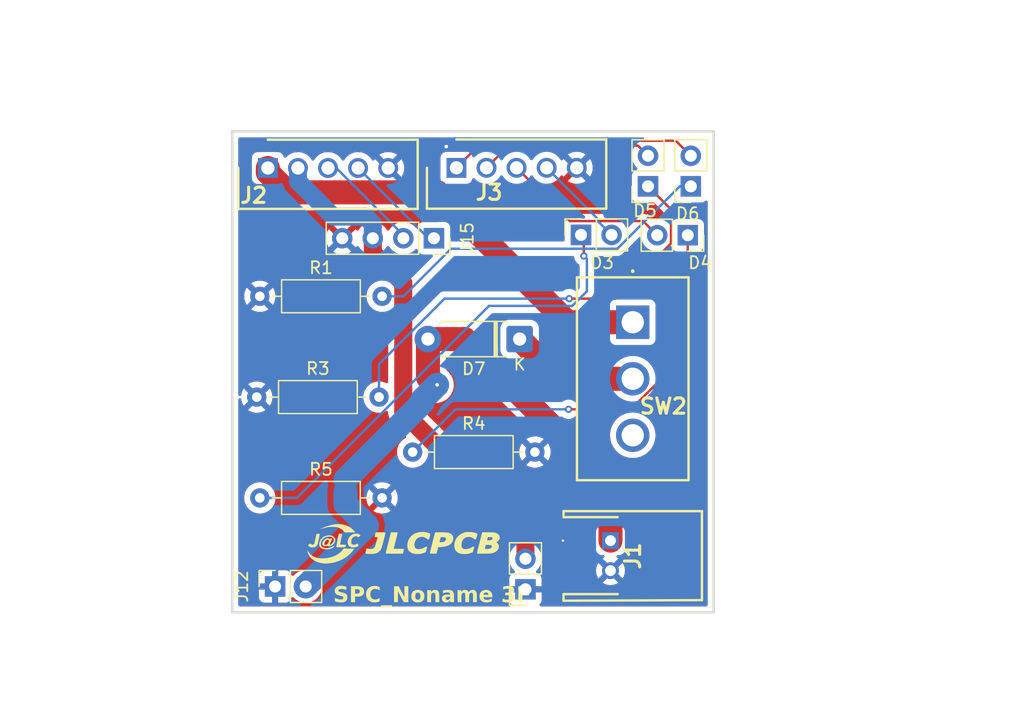
<source format=kicad_pcb>
(kicad_pcb (version 20241229) (generator "pcbnew") (generator_version "9.0")
  (layers (0 "F.Cu" signal) (2 "B.Cu" signal) (13 "F.Paste" user) (15 "B.Paste" user) (5 "F.SilkS" user "F.Silkscreen") (7 "B.SilkS" user "B.Silkscreen") (1 "F.Mask" user) (3 "B.Mask" user) (25 "Edge.Cuts" user))
  (net 0 "")
  (net 1 "GND")
  (net 2 "5V")
  (net 3 "LED4")
  (net 4 "Net-(D3-K)")
  (net 5 "LED3")
  (net 6 "Net-(D4-K)")
  (net 7 "LED2")
  (net 8 "Net-(D5-K)")
  (net 9 "LED1")
  (net 10 "Net-(D6-K)")
  (net 11 "+BATT")
  (net 12 "Net-(D7-A)")
  (net 13 "7.4V")
  (net 14 "SCL3")
  (net 15 "SDA3")
  (footprint "Connector_PinSocket_2.54mm:PinSocket_1x02_P2.54mm_Vertical" (layer "F.Cu") (at 146.07 61.443 90)
    (property "Reference" "D3" (at -2.311 1.758 180) (layer "F.SilkS"))
    (property "Value" "LED" (hide yes))
    (fp_line (start 1.33 -1.33) (end 1.33 0) (stroke (width 0.12)) (layer "F.SilkS"))
    (fp_line (start 0 -1.33) (end 1.33 -1.33) (stroke (width 0.12)) (layer "F.SilkS"))
    (fp_line (start 1.33 1.27) (end 1.33 3.87) (stroke (width 0.12)) (layer "F.SilkS"))
    (fp_line (start -1.33 1.27) (end 1.33 1.27) (stroke (width 0.12)) (layer "F.SilkS"))
    (fp_line (start -1.33 1.27) (end -1.33 3.87) (stroke (width 0.12)) (layer "F.SilkS"))
    (fp_line (start -1.33 3.87) (end 1.33 3.87) (stroke (width 0.12)) (layer "F.SilkS"))
    (pad "1" thru_hole rect (at 0 0 90) (size 1.7 1.7) (drill 1) (layers "*.Cu" "*.Mask") (net 4 "Net-(D3-K)"))
    (pad "2" thru_hole circle (at 0 2.54 90) (size 1.7 1.7) (drill 1) (layers "*.Cu" "*.Mask") (net 3 "LED4"))
  )
  (footprint "KiCad_XH:SHDR5W64P0X250_1X5_1490X575X700P" (layer "F.Cu") (at 120.048 55.88 180)
    (property "Reference" "J2" (at 1.176 -2.286 0) (layer "F.SilkS") (effects (font (size 1.27 1.27) (thickness 0.254))))
    (property "Value" "Conn_01x05_Pin" (hide yes))
    (fp_line (start 2.45 -3.4) (end 2.45 0) (stroke (width 0.2)) (layer "F.SilkS"))
    (fp_line (start 0 2.35) (end -12.45 2.35) (stroke (width 0.2)) (layer "F.SilkS"))
    (fp_line (start -12.45 2.35) (end -12.45 -3.4) (stroke (width 0.2)) (layer "F.SilkS"))
    (fp_line (start -12.45 -3.4) (end 2.45 -3.4) (stroke (width 0.2)) (layer "F.SilkS"))
    (pad "1" thru_hole rect (at 0 0 180) (size 1.65 1.65) (drill 1.1) (layers "*.Cu" "*.Mask") (net 13 "7.4V"))
    (pad "2" thru_hole circle (at -2.5 0 180) (size 1.65 1.65) (drill 1.1) (layers "*.Cu" "*.Mask") (net 2 "5V"))
    (pad "3" thru_hole circle (at -5 0 180) (size 1.65 1.65) (drill 1.1) (layers "*.Cu" "*.Mask") (net 14 "SCL3"))
    (pad "4" thru_hole circle (at -7.5 0 180) (size 1.65 1.65) (drill 1.1) (layers "*.Cu" "*.Mask") (net 15 "SDA3"))
    (pad "5" thru_hole circle (at -10 0 180) (size 1.65 1.65) (drill 1.1) (layers "*.Cu" "*.Mask") (net 1 "GND"))
  )
  (footprint "Connector_PinSocket_2.54mm:PinSocket_1x04_P2.54mm_Vertical" (layer "F.Cu") (at 133.848 61.722 -90)
    (property "Reference" "J15" (at 0 -2.77 90) (layer "F.SilkS"))
    (property "Value" "Conn_01x04_Pin")
    (fp_line (start -1.33 8.95) (end 1.33 8.95) (stroke (width 0.12)) (layer "F.SilkS"))
    (fp_line (start -1.33 1.27) (end -1.33 8.95) (stroke (width 0.12)) (layer "F.SilkS"))
    (fp_line (start -1.33 1.27) (end 1.33 1.27) (stroke (width 0.12)) (layer "F.SilkS"))
    (fp_line (start 1.33 1.27) (end 1.33 8.95) (stroke (width 0.12)) (layer "F.SilkS"))
    (fp_line (start 0 -1.33) (end 1.33 -1.33) (stroke (width 0.12)) (layer "F.SilkS"))
    (fp_line (start 1.33 -1.33) (end 1.33 0) (stroke (width 0.12)) (layer "F.SilkS"))
    (pad "1" thru_hole rect (at 0 0 270) (size 1.7 1.7) (drill 1) (layers "*.Cu" "*.Mask") (net 15 "SDA3"))
    (pad "2" thru_hole circle (at 0 2.54 270) (size 1.7 1.7) (drill 1) (layers "*.Cu" "*.Mask") (net 14 "SCL3"))
    (pad "3" thru_hole circle (at 0 5.08 270) (size 1.7 1.7) (drill 1) (layers "*.Cu" "*.Mask") (net 2 "5V"))
    (pad "4" thru_hole circle (at 0 7.62 270) (size 1.7 1.7) (drill 1) (layers "*.Cu" "*.Mask") (net 1 "GND"))
  )
  (footprint "Resistor_THT:R_Axial_DIN0207_L6.3mm_D2.5mm_P10.16mm_Horizontal" (layer "F.Cu") (at 132.08 79.502)
    (property "Reference" "R4" (at 5.08 -2.37 0) (layer "F.SilkS"))
    (property "Value" "10Ω")
    (fp_line (start 1.04 0) (end 1.81 0) (stroke (width 0.12)) (layer "F.SilkS"))
    (fp_line (start 9.12 0) (end 8.35 0) (stroke (width 0.12)) (layer "F.SilkS"))
    (fp_rect (start 1.81 -1.37) (end 8.35 1.37) (stroke (width 0.12)) (fill no) (layer "F.SilkS"))
    (pad "1" thru_hole circle (at 0 0) (size 1.6 1.6) (drill 0.8) (layers "*.Cu" "*.Mask") (net 6 "Net-(D4-K)"))
    (pad "2" thru_hole circle (at 10.16 0) (size 1.6 1.6) (drill 0.8) (layers "*.Cu" "*.Mask") (net 1 "GND"))
  )
  (footprint "Connector_PinSocket_2.54mm:PinSocket_1x02_P2.54mm_Vertical" (layer "F.Cu") (at 120.65 90.678 90)
    (property "Reference" "J12" (at 0 -2.77 90) (layer "F.SilkS"))
    (property "Value" "デジタル電圧計" (hide yes))
    (fp_line (start 1.33 -1.33) (end 1.33 0) (stroke (width 0.12)) (layer "F.SilkS"))
    (fp_line (start 0 -1.33) (end 1.33 -1.33) (stroke (width 0.12)) (layer "F.SilkS"))
    (fp_line (start 1.33 1.27) (end 1.33 3.87) (stroke (width 0.12)) (layer "F.SilkS"))
    (fp_line (start -1.33 1.27) (end 1.33 1.27) (stroke (width 0.12)) (layer "F.SilkS"))
    (fp_line (start -1.33 1.27) (end -1.33 3.87) (stroke (width 0.12)) (layer "F.SilkS"))
    (fp_line (start -1.33 3.87) (end 1.33 3.87) (stroke (width 0.12)) (layer "F.SilkS"))
    (pad "1" thru_hole rect (at 0 0 90) (size 1.7 1.7) (drill 1) (layers "*.Cu" "*.Mask") (net 1 "GND"))
    (pad "2" thru_hole circle (at 0 2.54 90) (size 1.7 1.7) (drill 1) (layers "*.Cu" "*.Mask") (net 12 "Net-(D7-A)"))
  )
  (footprint "Connector_PinSocket_2.54mm:PinSocket_1x02_P2.54mm_Vertical" (layer "F.Cu") (at 151.638 57.404 180)
    (property "Reference" "D5" (at 0.254 -2.032 0) (layer "F.SilkS"))
    (property "Value" "LED")
    (fp_line (start 1.33 1.27) (end 1.33 3.87) (stroke (width 0.12)) (layer "F.SilkS"))
    (fp_line (start 1.33 -1.33) (end 1.33 0) (stroke (width 0.12)) (layer "F.SilkS"))
    (fp_line (start 0 -1.33) (end 1.33 -1.33) (stroke (width 0.12)) (layer "F.SilkS"))
    (fp_line (start -1.33 3.87) (end 1.33 3.87) (stroke (width 0.12)) (layer "F.SilkS"))
    (fp_line (start -1.33 1.27) (end 1.33 1.27) (stroke (width 0.12)) (layer "F.SilkS"))
    (fp_line (start -1.33 1.27) (end -1.33 3.87) (stroke (width 0.12)) (layer "F.SilkS"))
    (pad "1" thru_hole rect (at 0 0 180) (size 1.7 1.7) (drill 1) (layers "*.Cu" "*.Mask") (net 8 "Net-(D5-K)"))
    (pad "2" thru_hole circle (at 0 2.54 180) (size 1.7 1.7) (drill 1) (layers "*.Cu" "*.Mask") (net 7 "LED2"))
  )
  (footprint "LOGO" (layer "F.Cu") (at 131.318 87.122)
    (property "Reference" "G***" (hide yes))
    (property "Value" "LOGO" (hide yes))
    (fp_poly (pts (xy -6.986954 -1.180123) (xy -6.99477 -1.172308) (xy -7.002585 -1.180123) (xy -6.99477 -1.187939)) (fill yes) (layer "F.SilkS"))
    (fp_poly (pts (xy -5.236192 -1.627279) (xy -5.013098 -1.597056) (xy -4.805458 -1.54122) (xy -4.766828 -1.527299) (xy -4.570359 -1.440394) (xy -4.400062 -1.33963) (xy -4.344087 -1.29752) (xy -4.278872 -1.241324) (xy -4.210743 -1.177295) (xy -4.146025 -1.111688) (xy -4.091042 -1.050756) (xy -4.052121 -1.000751) (xy -4.043578 -0.987191) (xy -4.015341 -0.937846) (xy -4.446174 -0.937846) (xy -4.877007 -0.937846) (xy -4.911832 -0.980831) (xy -5.036223 -1.11526) (xy -5.170096 -1.221617) (xy -5.317556 -1.302624) (xy -5.482708 -1.361004) (xy -5.486401 -1.362008) (xy -5.590315 -1.382538) (xy -5.716743 -1.395409) (xy -5.857891 -1.400615) (xy -6.005963 -1.39815) (xy -6.153163 -1.38801) (xy -6.291697 -1.37019) (xy -6.334425 -1.362576) (xy -6.432211 -1.341528) (xy -6.549536 -1.312796) (xy -6.676447 -1.279051) (xy -6.802986 -1.242968) (xy -6.919198 -1.20722) (xy -6.947878 -1.197852) (xy -6.960751 -1.195059) (xy -6.949345 -1.202881) (xy -6.917972 -1.219299) (xy -6.870948 -1.242293) (xy -6.812586 -1.269845) (xy -6.747202 -1.299936) (xy -6.67911 -1.330548) (xy -6.612624 -1.35966) (xy -6.552058 -1.385254) (xy -6.518031 -1.398999) (xy -6.245712 -1.494785) (xy -5.979499 -1.565642) (xy -5.721261 -1.611435) (xy -5.472869 -1.632026)) (fill yes) (layer "F.SilkS"))
    (fp_poly (pts (xy -5.18385 -0.827101) (xy -5.135963 -0.823556) (xy -5.108846 -0.818467) (xy -5.105695 -0.816438) (xy -5.106703 -0.798546) (xy -5.113271 -0.754085) (xy -5.124681 -0.687111) (xy -5.140215 -0.601679) (xy -5.159152 -0.501845) (xy -5.180775 -0.391665) (xy -5.182568 -0.382684) (xy -5.204431 -0.271415) (xy -5.223693 -0.169763) (xy -5.239625 -0.081873) (xy -5.251499 -0.01189) (xy -5.258587 0.03604) (xy -5.260159 0.057774) (xy -5.260049 0.058193) (xy -5.245968 0.066616) (xy -5.208836 0.07305) (xy -5.146175 0.077741) (xy -5.055506 0.08093) (xy -5.022038 0.08164) (xy -4.790831 0.085969) (xy -4.794979 0.152014) (xy -4.80129 0.204415) (xy -4.811631 0.250209) (xy -4.814131 0.257522) (xy -4.829135 0.296984) (xy -5.203737 0.296984) (xy -5.308772 0.296468) (xy -5.403098 0.295017) (xy -5.48232 0.292781) (xy -5.542042 0.289907) (xy -5.577865 0.286544) (xy -5.58632 0.284074) (xy -5.584854 0.267116) (xy -5.578115 0.223644) (xy -5.566884 0.157814) (xy -5.551939 0.073783) (xy -5.534061 -0.024294) (xy -5.514031 -0.132261) (xy -5.492628 -0.245961) (xy -5.470632 -0.361239) (xy -5.448823 -0.473938) (xy -5.427983 -0.579903) (xy -5.40889 -0.674977) (xy -5.392325 -0.755005) (xy -5.384101 -0.793262) (xy -5.378244 -0.810419) (xy -5.365529 -0.820853) (xy -5.339378 -0.826223) (xy -5.293214 -0.82819) (xy -5.244748 -0.828431)) (fill yes) (layer "F.SilkS"))
    (fp_poly (pts (xy -4.137429 0.47283) (xy -4.287437 0.678159) (xy -4.463158 0.867676) (xy -4.662586 1.040019) (xy -4.883713 1.193828) (xy -5.124531 1.327742) (xy -5.383034 1.4404) (xy -5.657214 1.530441) (xy -5.723349 1.548081) (xy -5.896157 1.58678) (xy -6.074258 1.616748) (xy -6.250267 1.637245) (xy -6.416798 1.647531) (xy -6.566468 1.646866) (xy -6.647226 1.640666) (xy -6.7693 1.622048) (xy -6.906051 1.593154) (xy -7.043994 1.557289) (xy -7.169647 1.517757) (xy -7.211673 1.502343) (xy -7.385395 1.421474) (xy -7.54266 1.320238) (xy -7.679722 1.201667) (xy -7.792838 1.068794) (xy -7.843465 0.990756) (xy -7.877426 0.924148) (xy -7.911224 0.843908) (xy -7.941961 0.758626) (xy -7.966741 0.676894) (xy -7.982665 0.607302) (xy -7.987083 0.564866) (xy -7.984747 0.54726) (xy -7.976185 0.549572) (xy -7.958601 0.574542) (xy -7.933456 0.617415) (xy -7.830358 0.769953) (xy -7.707096 0.899595) (xy -7.561547 1.00833) (xy -7.448062 1.071686) (xy -7.324434 1.12712) (xy -7.205338 1.167064) (xy -7.081109 1.193815) (xy -6.942081 1.209669) (xy -6.844758 1.215012) (xy -6.590082 1.212946) (xy -6.342172 1.188006) (xy -6.103674 1.141272) (xy -5.877236 1.073824) (xy -5.665502 0.986744) (xy -5.471119 0.881111) (xy -5.296733 0.758007) (xy -5.144991 0.618512) (xy -5.023988 0.471466) (xy -4.978401 0.407067) (xy -4.53661 0.406733) (xy -4.094819 0.4064)) (fill yes) (layer "F.SilkS"))
    (fp_poly (pts (xy -7.058025 -0.827489) (xy -7.007851 -0.824376) (xy -6.973435 -0.818649) (xy -6.964008 -0.813608) (xy -6.963714 -0.793183) (xy -6.969599 -0.747174) (xy -6.980649 -0.680418) (xy -6.995851 -0.597756) (xy -7.014193 -0.504026) (xy -7.03466 -0.404066) (xy -7.056239 -0.302715) (xy -7.077918 -0.204813) (xy -7.098684 -0.115196) (xy -7.117522 -0.038705) (xy -7.13342 0.019821) (xy -7.145365 0.055546) (xy -7.146564 0.05824) (xy -7.207345 0.152652) (xy -7.290943 0.231155) (xy -7.350785 0.268417) (xy -7.414445 0.290642) (xy -7.496859 0.304705) (xy -7.58644 0.309968) (xy -7.6716 0.305796) (xy -7.740751 0.291555) (xy -7.745047 0.290035) (xy -7.791197 0.265566) (xy -7.839631 0.228331) (xy -7.882947 0.185587) (xy -7.913745 0.144587) (xy -7.924669 0.113928) (xy -7.909685 0.088836) (xy -7.86565 0.056264) (xy -7.824792 0.032993) (xy -7.725048 -0.019982) (xy -7.677714 0.032993) (xy -7.641726 0.067501) (xy -7.606234 0.082742) (xy -7.560019 0.085969) (xy -7.502909 0.079797) (xy -7.46075 0.057979) (xy -7.449146 0.04791) (xy -7.434193 0.032721) (xy -7.421335 0.015456) (xy -7.409555 -0.007486) (xy -7.397836 -0.039702) (xy -7.385158 -0.084795) (xy -7.370505 -0.146361) (xy -7.35286 -0.228003) (xy -7.331203 -0.333318) (xy -7.306079 -0.458116) (xy -7.285844 -0.557754) (xy -7.267166 -0.647238) (xy -7.251047 -0.721955) (xy -7.238493 -0.777297) (xy -7.230506 -0.808653) (xy -7.228666 -0.813716) (xy -7.209277 -0.8211) (xy -7.168119 -0.825854) (xy -7.114575 -0.827983)) (fill yes) (layer "F.SilkS"))
    (fp_poly (pts (xy -3.866969 -0.835422) (xy -3.810554 -0.832173) (xy -3.769677 -0.825332) (xy -3.736488 -0.813735) (xy -3.712308 -0.801432) (xy -3.652913 -0.764741) (xy -3.607875 -0.729829) (xy -3.582776 -0.701332) (xy -3.579447 -0.691055) (xy -3.59055 -0.674187) (xy -3.619822 -0.643791) (xy -3.661204 -0.606099) (xy -3.666261 -0.601753) (xy -3.753076 -0.527585) (xy -3.7874 -0.559736) (xy -3.857642 -0.606054) (xy -3.936842 -0.625575) (xy -4.02046 -0.619701) (xy -4.103956 -0.589835) (xy -4.182792 -0.537377) (xy -4.252429 -0.463729) (xy -4.291145 -0.404193) (xy -4.313509 -0.360868) (xy -4.327284 -0.322882) (xy -4.334509 -0.280142) (xy -4.337224 -0.22255) (xy -4.337539 -0.17468) (xy -4.337539 -0.028929) (xy -4.280184 0.023667) (xy -4.210564 0.071234) (xy -4.133969 0.091195) (xy -4.047974 0.083607) (xy -3.950155 0.048523) (xy -3.91672 0.031899) (xy -3.831214 -0.01308) (xy -3.773051 0.057901) (xy -3.742261 0.098754) (xy -3.728835 0.130133) (xy -3.73518 0.156844) (xy -3.763702 0.183694) (xy -3.816806 0.215491) (xy -3.864431 0.240464) (xy -3.925026 0.27015) (xy -3.973734 0.288789) (xy -4.022641 0.299441) (xy -4.083834 0.305166) (xy -4.128851 0.307398) (xy -4.212537 0.30897) (xy -4.275611 0.304727) (xy -4.328348 0.293666) (xy -4.3533 0.285537) (xy -4.458034 0.233148) (xy -4.539965 0.160497) (xy -4.59809 0.069728) (xy -4.631403 -0.037013) (xy -4.6389 -0.157581) (xy -4.620629 -0.285402) (xy -4.572155 -0.429964) (xy -4.498818 -0.555764) (xy -4.400234 -0.663289) (xy -4.276019 -0.753024) (xy -4.231003 -0.777952) (xy -4.180339 -0.803575) (xy -4.140454 -0.820318) (xy -4.102146 -0.83007) (xy -4.056213 -0.834717) (xy -3.993453 -0.836147) (xy -3.94677 -0.836246)) (fill yes) (layer "F.SilkS"))
    (fp_poly (pts (xy -0.601051 -0.949932) (xy -0.545134 -0.944658) (xy -0.509787 -0.933989) (xy -0.491452 -0.916512) (xy -0.486573 -0.890818) (xy -0.491593 -0.855493) (xy -0.496652 -0.833987) (xy -0.504856 -0.80129) (xy -0.519736 -0.742323) (xy -0.540273 -0.661113) (xy -0.565446 -0.561688) (xy -0.594237 -0.448077) (xy -0.625625 -0.324308) (xy -0.654375 -0.211016) (xy -0.686739 -0.083429) (xy -0.716988 0.03599) (xy -0.744178 0.143504) (xy -0.767367 0.235376) (xy -0.78561 0.307868) (xy -0.797964 0.357242) (xy -0.803321 0.379046) (xy -0.813396 0.42203) (xy -0.415792 0.42203) (xy -0.306346 0.422392) (xy -0.206472 0.423408) (xy -0.120672 0.424979) (xy -0.053446 0.427003) (xy -0.009292 0.429379) (xy 0.006536 0.431518) (xy 0.020631 0.44012) (xy 0.028887 0.455569) (xy 0.030854 0.481744) (xy 0.026081 0.522524) (xy 0.014116 0.581787) (xy -0.005491 0.663412) (xy -0.032811 0.769815) (xy -0.048098 0.82843) (xy -0.748275 0.82843) (xy -0.893301 0.828205) (xy -1.028635 0.827559) (xy -1.151087 0.82654) (xy -1.257469 0.825195) (xy -1.344592 0.82357) (xy -1.409267 0.821712) (xy -1.448304 0.819667) (xy -1.458872 0.81801) (xy -1.466579 0.802035) (xy -1.46819 0.773113) (xy -1.463168 0.728025) (xy -1.450973 0.663551) (xy -1.431068 0.576471) (xy -1.402912 0.463567) (xy -1.393373 0.426482) (xy -1.366398 0.321834) (xy -1.334179 0.196313) (xy -1.299127 0.059356) (xy -1.263659 -0.0796) (xy -1.230186 -0.21112) (xy -1.220291 -0.250093) (xy -1.190901 -0.365556) (xy -1.161429 -0.480662) (xy -1.133566 -0.588855) (xy -1.109003 -0.68358) (xy -1.089433 -0.75828) (xy -1.081168 -0.789354) (xy -1.039205 -0.945662) (xy -0.78882 -0.94994) (xy -0.681094 -0.951222)) (fill yes) (layer "F.SilkS"))
    (fp_poly (pts (xy 1.709298 -0.975699) (xy 1.896754 -0.948346) (xy 2.07106 -0.898078) (xy 2.119439 -0.878812) (xy 2.174463 -0.854548) (xy 2.206548 -0.836476) (xy 2.221708 -0.818996) (xy 2.225956 -0.796512) (xy 2.225815 -0.779794) (xy 2.220788 -0.738695) (xy 2.208812 -0.680498) (xy 2.191846 -0.611931) (xy 2.171853 -0.539721) (xy 2.150793 -0.470597) (xy 2.130628 -0.411287) (xy 2.113318 -0.368519) (xy 2.100824 -0.349022) (xy 2.100159 -0.348694) (xy 2.053892 -0.347378) (xy 1.995044 -0.373262) (xy 1.935911 -0.416505) (xy 1.827565 -0.489526) (xy 1.702307 -0.543324) (xy 1.621499 -0.564643) (xy 1.511341 -0.572492) (xy 1.39384 -0.556172) (xy 1.277826 -0.518264) (xy 1.172131 -0.461352) (xy 1.114146 -0.416297) (xy 1.042146 -0.332799) (xy 0.983102 -0.227714) (xy 0.939877 -0.109045) (xy 0.915333 0.015208) (xy 0.912332 0.137044) (xy 0.913049 0.145788) (xy 0.925092 0.230496) (xy 0.946229 0.294138) (xy 0.980582 0.346513) (xy 1.010696 0.377976) (xy 1.077583 0.420749) (xy 1.164832 0.445172) (xy 1.267856 0.451729) (xy 1.38207 0.440905) (xy 1.502886 0.413187) (xy 1.625717 0.369059) (xy 1.745976 0.309007) (xy 1.764193 0.298243) (xy 1.838172 0.256919) (xy 1.892971 0.235367) (xy 1.929726 0.235056) (xy 1.949574 0.25745) (xy 1.95365 0.304016) (xy 1.943092 0.376221) (xy 1.919036 0.475531) (xy 1.914507 0.492223) (xy 1.893678 0.567064) (xy 1.875288 0.631003) (xy 1.861122 0.67798) (xy 1.852968 0.701935) (xy 1.852269 0.703346) (xy 1.832522 0.716351) (xy 1.789291 0.735179) (xy 1.729284 0.757552) (xy 1.65921 0.781189) (xy 1.585777 0.803811) (xy 1.515695 0.823139) (xy 1.464304 0.835165) (xy 1.379474 0.847628) (xy 1.275611 0.855257) (xy 1.162659 0.858026) (xy 1.050562 0.855911) (xy 0.949264 0.848887) (xy 0.868708 0.836928) (xy 0.867507 0.836667) (xy 0.719774 0.790779) (xy 0.591975 0.722594) (xy 0.510606 0.657575) (xy 0.42373 0.555194) (xy 0.362638 0.436474) (xy 0.327158 0.300815) (xy 0.317114 0.147618) (xy 0.326269 0.020049) (xy 0.363955 -0.164262) (xy 0.429189 -0.335124) (xy 0.520423 -0.490513) (xy 0.636108 -0.628405) (xy 0.774692 -0.746776) (xy 0.934627 -0.843602) (xy 1.015999 -0.880789) (xy 1.141136 -0.924336) (xy 1.277135 -0.954745) (xy 1.431608 -0.973507) (xy 1.516184 -0.978893)) (fill yes) (layer "F.SilkS"))
    (fp_poly (pts (xy 3.06757 -0.95226) (xy 3.182287 -0.95056) (xy 3.297198 -0.947785) (xy 3.40787 -0.944009) (xy 3.50987 -0.939304) (xy 3.598765 -0.933745) (xy 3.670123 -0.927406) (xy 3.719512 -0.920359) (xy 3.731753 -0.917467) (xy 3.86678 -0.86685) (xy 3.974712 -0.800715) (xy 4.055499 -0.719139) (xy 4.109091 -0.622194) (xy 4.135438 -0.509957) (xy 4.134489 -0.382501) (xy 4.126582 -0.327973) (xy 4.091333 -0.205059) (xy 4.031275 -0.097415) (xy 3.943362 0.000386) (xy 3.941198 0.002372) (xy 3.843417 0.079379) (xy 3.732003 0.142899) (xy 3.603986 0.193805) (xy 3.456393 0.23297) (xy 3.286253 0.261268) (xy 3.090595 0.27957) (xy 2.977747 0.285428) (xy 2.884048 0.289169) (xy 2.857922 0.390769) (xy 2.842618 0.45046) (xy 2.822717 0.528317) (xy 2.801319 0.612205) (xy 2.789048 0.6604) (xy 2.746298 0.82843) (xy 2.484847 0.82843) (xy 2.385135 0.827967) (xy 2.31226 0.826328) (xy 2.261807 0.823141) (xy 2.229364 0.818031) (xy 2.210515 0.810627) (xy 2.203673 0.804665) (xy 2.197885 0.791257) (xy 2.197039 0.767745) (xy 2.201817 0.730161) (xy 2.212899 0.674536) (xy 2.230968 0.596901) (xy 2.256704 0.49329) (xy 2.258005 0.488142) (xy 2.321948 0.235643) (xy 2.378718 0.012096) (xy 2.420109 -0.150271) (xy 3.001347 -0.150271) (xy 3.003507 -0.136668) (xy 3.014111 -0.128573) (xy 3.038942 -0.125133) (xy 3.083781 -0.125495) (xy 3.148812 -0.128513) (xy 3.230593 -0.134712) (xy 3.292173 -0.144878) (xy 3.344571 -0.161359) (xy 3.382465 -0.178289) (xy 3.461132 -0.229552) (xy 3.511078 -0.29209) (xy 3.531913 -0.365368) (xy 3.532553 -0.381919) (xy 3.525673 -0.442273) (xy 3.502912 -0.487021) (xy 3.46109 -0.517985) (xy 3.397026 -0.53699) (xy 3.30754 -0.545858) (xy 3.244488 -0.547077) (xy 3.096097 -0.547077) (xy 3.080329 -0.488462) (xy 3.054258 -0.389232) (xy 3.032152 -0.300567) (xy 3.015189 -0.227512) (xy 3.004547 -0.17511) (xy 3.001347 -0.150271) (xy 2.420109 -0.150271) (xy 2.428678 -0.183886) (xy 2.472192 -0.353691) (xy 2.509625 -0.498705) (xy 2.54134 -0.620315) (xy 2.567701 -0.719909) (xy 2.589071 -0.798874) (xy 2.605816 -0.858597) (xy 2.618299 -0.900465) (xy 2.626883 -0.925865) (xy 2.631543 -0.935751) (xy 2.652018 -0.94205) (xy 2.699282 -0.946832) (xy 2.768901 -0.95017) (xy 2.856444 -0.952138) (xy 2.957478 -0.95281)) (fill yes) (layer "F.SilkS"))
    (fp_poly (pts (xy -1.795794 -0.953345) (xy -1.696112 -0.952392) (xy -1.621108 -0.949786) (xy -1.567492 -0.944694) (xy -1.531971 -0.936285) (xy -1.511255 -0.923725) (xy -1.502051 -0.906181) (xy -1.501069 -0.882822) (xy -1.505016 -0.852815) (xy -1.505806 -0.847837) (xy -1.51222 -0.816554) (xy -1.525261 -0.759964) (xy -1.543728 -0.683026) (xy -1.566421 -0.5907) (xy -1.592137 -0.487944) (xy -1.610847 -0.414216) (xy -1.659696 -0.223928) (xy -1.702282 -0.061316) (xy -1.739639 0.076339) (xy -1.772806 0.191759) (xy -1.802818 0.287663) (xy -1.830713 0.366773) (xy -1.857527 0.431808) (xy -1.884296 0.485489) (xy -1.912058 0.530536) (xy -1.941849 0.56967) (xy -1.974706 0.605612) (xy -2.011665 0.641081) (xy -2.013716 0.64296) (xy -2.103603 0.714067) (xy -2.201845 0.768586) (xy -2.313341 0.808102) (xy -2.442995 0.834199) (xy -2.59571 0.848464) (xy -2.657231 0.851006) (xy -2.747387 0.852541) (xy -2.837626 0.852058) (xy -2.917572 0.84973) (xy -2.976853 0.845732) (xy -2.977662 0.845646) (xy -3.058124 0.83545) (xy -3.112297 0.824218) (xy -3.145149 0.810438) (xy -3.161649 0.792596) (xy -3.163137 0.789176) (xy -3.162796 0.765906) (xy -3.155454 0.719325) (xy -3.142379 0.656269) (xy -3.125504 0.586168) (xy -3.107529 0.51539) (xy -3.092815 0.456337) (xy -3.082885 0.415199) (xy -3.079262 0.398182) (xy -3.065568 0.39125) (xy -3.02999 0.391772) (xy -2.980783 0.398897) (xy -2.926202 0.41178) (xy -2.915139 0.415042) (xy -2.841338 0.430164) (xy -2.751681 0.437732) (xy -2.659641 0.437445) (xy -2.578694 0.429002) (xy -2.551967 0.423148) (xy -2.482161 0.389035) (xy -2.420947 0.326142) (xy -2.37641 0.252296) (xy -2.365592 0.223992) (xy -2.34859 0.171444) (xy -2.32686 0.099882) (xy -2.301859 0.014541) (xy -2.275044 -0.07935) (xy -2.247873 -0.176557) (xy -2.221801 -0.27185) (xy -2.198287 -0.359995) (xy -2.178787 -0.435761) (xy -2.164757 -0.493916) (xy -2.157656 -0.529228) (xy -2.157076 -0.535354) (xy -2.171415 -0.540958) (xy -2.209372 -0.545103) (xy -2.263311 -0.547026) (xy -2.274278 -0.547077) (xy -2.334202 -0.547809) (xy -2.369361 -0.551163) (xy -2.386238 -0.558877) (xy -2.391316 -0.572689) (xy -2.391508 -0.578504) (xy -2.388245 -0.605371) (xy -2.37962 -0.654244) (xy -2.367379 -0.716687) (xy -2.353269 -0.784263) (xy -2.339034 -0.848536) (xy -2.326422 -0.90107) (xy -2.319561 -0.926123) (xy -2.31483 -0.934621) (xy -2.304006 -0.941163) (xy -2.283429 -0.946) (xy -2.249437 -0.949386) (xy -2.198367 -0.951574) (xy -2.12656 -0.952816) (xy -2.030352 -0.953366) (xy -1.923446 -0.953477)) (fill yes) (layer "F.SilkS"))
    (fp_poly (pts (xy 5.561026 -0.973651) (xy 5.678811 -0.9654) (xy 5.78114 -0.951297) (xy 5.799015 -0.947759) (xy 5.895691 -0.924197) (xy 5.982491 -0.897005) (xy 6.054641 -0.868188) (xy 6.10737 -0.839753) (xy 6.135908 -0.813706) (xy 6.139452 -0.804607) (xy 6.136958 -0.778804) (xy 6.127079 -0.729462) (xy 6.11128 -0.663026) (xy 6.091021 -0.58594) (xy 6.084575 -0.562708) (xy 6.060943 -0.479311) (xy 6.043335 -0.421286) (xy 6.029408 -0.383884) (xy 6.016818 -0.362357) (xy 6.003222 -0.351955) (xy 5.986277 -0.347929) (xy 5.978164 -0.347054) (xy 5.946591 -0.349332) (xy 5.91074 -0.364836) (xy 5.863473 -0.397185) (xy 5.834431 -0.419922) (xy 5.723447 -0.495657) (xy 5.611687 -0.54336) (xy 5.492188 -0.565643) (xy 5.439507 -0.568035) (xy 5.299185 -0.555658) (xy 5.173296 -0.515905) (xy 5.062886 -0.449307) (xy 4.969001 -0.356399) (xy 4.936436 -0.312176) (xy 4.881308 -0.216666) (xy 4.845756 -0.119223) (xy 4.827098 -0.010286) (xy 4.822524 0.093784) (xy 4.824049 0.175123) (xy 4.829962 0.233775) (xy 4.841436 0.278151) (xy 4.851479 0.301425) (xy 4.900174 0.366005) (xy 4.97059 0.412482) (xy 5.059004 0.44092) (xy 5.161693 0.451379) (xy 5.274934 0.443921) (xy 5.395006 0.418607) (xy 5.518184 0.375498) (xy 5.640746 0.314657) (xy 5.685189 0.287665) (xy 5.748175 0.251696) (xy 5.794457 0.236749) (xy 5.829532 0.241837) (xy 5.851476 0.257894) (xy 5.860166 0.270331) (xy 5.863546 0.288876) (xy 5.860914 0.318713) (xy 5.851572 0.365027) (xy 5.83482 0.433005) (xy 5.820368 0.488448) (xy 5.799696 0.564852) (xy 5.780984 0.630153) (xy 5.765991 0.678487) (xy 5.756477 0.703987) (xy 5.755068 0.706204) (xy 5.731654 0.719362) (xy 5.685252 0.738397) (xy 5.623018 0.760911) (xy 5.552109 0.784506) (xy 5.479684 0.806785) (xy 5.412899 0.825351) (xy 5.366927 0.836213) (xy 5.283853 0.848246) (xy 5.181064 0.855487) (xy 5.06862 0.857937) (xy 4.956583 0.855597) (xy 4.855014 0.848469) (xy 4.773975 0.836554) (xy 4.771962 0.836122) (xy 4.63476 0.793698) (xy 4.511769 0.730575) (xy 4.407339 0.649836) (xy 4.32582 0.554566) (xy 4.291534 0.495481) (xy 4.252856 0.387225) (xy 4.230913 0.260145) (xy 4.225638 0.121776) (xy 4.236959 -0.020348) (xy 4.264806 -0.158691) (xy 4.298538 -0.260587) (xy 4.379333 -0.421125) (xy 4.485756 -0.566196) (xy 4.615098 -0.693531) (xy 4.76465 -0.800863) (xy 4.931702 -0.885924) (xy 5.113547 -0.946448) (xy 5.119979 -0.948053) (xy 5.207263 -0.96325) (xy 5.316021 -0.97258) (xy 5.437019 -0.976045)) (fill yes) (layer "F.SilkS"))
    (fp_poly (pts (xy 7.046028 -0.949542) (xy 7.189966 -0.947149) (xy 7.306339 -0.944582) (xy 7.398847 -0.941621) (xy 7.471187 -0.938046) (xy 7.527056 -0.933635) (xy 7.570154 -0.928167) (xy 7.604177 -0.921423) (xy 7.627815 -0.914812) (xy 7.757128 -0.864332) (xy 7.857443 -0.803969) (xy 7.929643 -0.733017) (xy 7.974613 -0.650772) (xy 7.979981 -0.63439) (xy 7.997531 -0.562582) (xy 8.001157 -0.501916) (xy 7.990786 -0.437142) (xy 7.978836 -0.393386) (xy 7.93414 -0.296763) (xy 7.862622 -0.214466) (xy 7.789794 -0.162041) (xy 7.751038 -0.137383) (xy 7.726789 -0.118199) (xy 7.722554 -0.111838) (xy 7.734748 -0.097659) (xy 7.764916 -0.072533) (xy 7.788985 -0.05458) (xy 7.836967 -0.010727) (xy 7.879429 0.043352) (xy 7.890747 0.062651) (xy 7.910195 0.105796) (xy 7.920173 0.147165) (xy 7.922592 0.198732) (xy 7.92066 0.250092) (xy 7.900369 0.373761) (xy 7.853457 0.482916) (xy 7.779487 0.578012) (xy 7.678023 0.659504) (xy 7.548627 0.727849) (xy 7.416799 0.77581) (xy 7.379781 0.786993) (xy 7.346721 0.796084) (xy 7.313908 0.803336) (xy 7.277628 0.809004) (xy 7.234173 0.813344) (xy 7.179829 0.816609) (xy 7.110885 0.819056) (xy 7.023629 0.820938) (xy 6.914351 0.82251) (xy 6.779339 0.824028) (xy 6.702872 0.824827) (xy 6.553824 0.826317) (xy 6.432974 0.82729) (xy 6.337261 0.827624) (xy 6.263625 0.827193) (xy 6.209005 0.825873) (xy 6.170339 0.82354) (xy 6.144567 0.82007) (xy 6.128627 0.815339) (xy 6.11946 0.809222) (xy 6.114004 0.801596) (xy 6.113633 0.800911) (xy 6.110484 0.784182) (xy 6.112606 0.753021) (xy 6.120569 0.704608) (xy 6.134944 0.636122) (xy 6.156301 0.544745) (xy 6.18521 0.427655) (xy 6.194639 0.39039) (xy 6.770117 0.39039) (xy 6.774949 0.419637) (xy 6.794574 0.434462) (xy 6.83101 0.438893) (xy 6.886274 0.436957) (xy 6.953127 0.433132) (xy 7.05526 0.425546) (xy 7.138148 0.414362) (xy 7.196277 0.400359) (xy 7.203277 0.397764) (xy 7.27112 0.359488) (xy 7.318375 0.309946) (xy 7.34242 0.254321) (xy 7.340631 0.197795) (xy 7.323039 0.161086) (xy 7.284873 0.131985) (xy 7.217241 0.110962) (xy 7.120921 0.098176) (xy 6.996688 0.093785) (xy 6.994436 0.093784) (xy 6.84715 0.093784) (xy 6.82419 0.175846) (xy 6.796755 0.272522) (xy 6.778058 0.342694) (xy 6.770117 0.39039) (xy 6.194639 0.39039) (xy 6.204771 0.350349) (xy 6.240524 0.209897) (xy 6.28079 0.051623) (xy 6.322807 -0.113603) (xy 6.36381 -0.274911) (xy 6.368482 -0.2933) (xy 6.943214 -0.2933) (xy 6.949607 -0.285194) (xy 6.96977 -0.281351) (xy 7.008888 -0.281065) (xy 7.07215 -0.283633) (xy 7.10193 -0.285126) (xy 7.189798 -0.291353) (xy 7.252876 -0.30034) (xy 7.297593 -0.313223) (xy 7.318487 -0.323414) (xy 7.369404 -0.364539) (xy 7.398896 -0.412162) (xy 7.405879 -0.46001) (xy 7.389271 -0.501807) (xy 7.353916 -0.528767) (xy 7.321075 -0.536726) (xy 7.26619 -0.542937) (xy 7.198466 -0.546531) (xy 7.160056 -0.547077) (xy 7.006385 -0.547077) (xy 6.980358 -0.44157) (xy 6.965861 -0.383712) (xy 6.953213 -0.334829) (xy 6.945401 -0.306372) (xy 6.943214 -0.2933) (xy 6.368482 -0.2933) (xy 6.401036 -0.42143) (xy 6.415081 -0.476739) (xy 6.443213 -0.586591) (xy 6.469629 -0.687967) (xy 6.493144 -0.776455) (xy 6.512574 -0.847645) (xy 6.526732 -0.897126) (xy 6.534238 -0.920053) (xy 6.550211 -0.956966)) (fill yes) (layer "F.SilkS"))
    (fp_poly (pts (xy -6.113424 -0.695048) (xy -5.975484 -0.671396) (xy -5.863926 -0.631246) (xy -5.77838 -0.574275) (xy -5.718477 -0.500162) (xy -5.683847 -0.408583) (xy -5.673982 -0.311588) (xy -5.688898 -0.199008) (xy -5.730893 -0.092844) (xy -5.795884 0.002946) (xy -5.879785 0.084403) (xy -5.978512 0.14757) (xy -6.087979 0.188488) (xy -6.204102 0.203198) (xy -6.205226 0.2032) (xy -6.262896 0.200672) (xy -6.296555 0.191971) (xy -6.312146 0.177292) (xy -6.323605 0.162244) (xy -6.340544 0.159785) (xy -6.372641 0.169915) (xy -6.391393 0.177292) (xy -6.446478 0.192625) (xy -6.512207 0.201919) (xy -6.542023 0.2032) (xy -6.596252 0.200686) (xy -6.63399 0.189531) (xy -6.669844 0.164315) (xy -6.686292 0.149664) (xy -6.720659 0.115256) (xy -6.737875 0.085182) (xy -6.743612 0.045835) (xy -6.74385 0.017226) (xy -6.575088 0.017226) (xy -6.561483 0.04947) (xy -6.542897 0.07034) (xy -6.506008 0.099659) (xy -6.469306 0.107397) (xy -6.42243 0.094531) (xy -6.398739 0.083943) (xy -6.337595 0.042702) (xy -6.28302 -0.016256) (xy -6.238832 -0.085692) (xy -6.208846 -0.158368) (xy -6.196881 -0.227047) (xy -6.20572 -0.282089) (xy -6.236149 -0.322561) (xy -6.280475 -0.33998) (xy -6.333618 -0.336132) (xy -6.390493 -0.312803) (xy -6.446021 -0.271779) (xy -6.495117 -0.214848) (xy -6.520556 -0.171418) (xy -6.545647 -0.113816) (xy -6.565164 -0.057082) (xy -6.572304 -0.027352) (xy -6.575088 0.017226) (xy -6.74385 0.017226) (xy -6.743898 0.011487) (xy -6.731015 -0.077898) (xy -6.696737 -0.164124) (xy -6.645142 -0.244165) (xy -6.580304 -0.315) (xy -6.506299 -0.373603) (xy -6.427203 -0.416951) (xy -6.347089 -0.442021) (xy -6.270036 -0.445788) (xy -6.200116 -0.425229) (xy -6.175762 -0.410039) (xy -6.1278 -0.374601) (xy -6.09627 -0.406131) (xy -6.056776 -0.429886) (xy -5.99788 -0.437646) (xy -5.994401 -0.437662) (xy -5.952406 -0.435331) (xy -5.927175 -0.429435) (xy -5.923917 -0.425939) (xy -5.929832 -0.408376) (xy -5.946294 -0.367208) (xy -5.971228 -0.307429) (xy -6.002561 -0.234034) (xy -6.028051 -0.175255) (xy -6.070268 -0.076591) (xy -6.098886 -0.00351) (xy -6.113897 0.046563) (xy -6.115287 0.076201) (xy -6.103046 0.087977) (xy -6.077162 0.084464) (xy -6.037624 0.068236) (xy -6.027005 0.063173) (xy -5.949847 0.011503) (xy -5.8816 -0.060797) (xy -5.827609 -0.145607) (xy -5.793218 -0.234803) (xy -5.783385 -0.307097) (xy -5.796087 -0.371651) (xy -5.830055 -0.438391) (xy -5.871337 -0.487633) (xy -5.948405 -0.539869) (xy -6.045208 -0.57396) (xy -6.155898 -0.589726) (xy -6.274627 -0.586985) (xy -6.395544 -0.565558) (xy -6.512801 -0.525263) (xy -6.548223 -0.508543) (xy -6.62945 -0.455309) (xy -6.709867 -0.381609) (xy -6.780168 -0.297064) (xy -6.826517 -0.220842) (xy -6.848911 -0.170411) (xy -6.862032 -0.12441) (xy -6.868197 -0.070934) (xy -6.869724 0.001141) (xy -6.868642 0.069769) (xy -6.864004 0.116967) (xy -6.85372 0.152529) (xy -6.835699 0.186253) (xy -6.827536 0.198894) (xy -6.77043 0.258597) (xy -6.690087 0.3055) (xy -6.591907 0.339343) (xy -6.481287 0.359869) (xy -6.363628 0.36682) (xy -6.244326 0.359936) (xy -6.128782 0.33896) (xy -6.022393 0.303634) (xy -5.930559 0.253699) (xy -5.915196 0.242535) (xy -5.867502 0.213861) (xy -5.818465 0.205349) (xy -5.795481 0.206215) (xy -5.729677 0.211015) (xy -5.7917 0.271268) (xy -5.875862 0.336943) (xy -5.981338 0.39408) (xy -6.098371 0.437578) (xy -6.122953 0.44436) (xy -6.196085 0.457294) (xy -6.289021 0.465077) (xy -6.391604 0.4677) (xy -6.493677 0.465156) (xy -6.585081 0.457437) (xy -6.65479 0.444771) (xy -6.772115 0.401481) (xy -6.867491 0.341609) (xy -6.93846 0.267174) (xy -6.982566 0.180194) (xy -6.984445 0.174151) (xy -7.002426 0.062273) (xy -6.994076 -0.057446) (xy -6.961348 -0.179532) (xy -6.906196 -0.298514) (xy -6.830574 -0.408921) (xy -6.744258 -0.498518) (xy -6.651138 -0.564149) (xy -6.536846 -0.619773) (xy -6.410648 -0.662504) (xy -6.281811 -0.689453) (xy -6.159602 -0.697734)) (fill yes) (layer "F.SilkS"))
  )
  (footprint "LIB_S2B-XH-A:S2BXHA" (layer "F.Cu") (at 148.518 86.863 -90)
    (property "Reference" "J1" (at 1.275 -1.85 90) (layer "F.SilkS") (effects (font (size 1.27 1.27) (thickness 0.254))))
    (property "Value" "Conn_01x02_Pin" (hide yes))
    (fp_line (start 0 4) (end 0 4) (stroke (width 0.1)) (layer "F.SilkS"))
    (fp_line (start -2.45 3.9) (end -2.45 -7.6) (stroke (width 0.2)) (layer "F.SilkS"))
    (fp_line (start -1.95 3.9) (end -2.45 3.9) (stroke (width 0.2)) (layer "F.SilkS"))
    (fp_line (start 0 3.9) (end 0 3.9) (stroke (width 0.1)) (layer "F.SilkS"))
    (fp_line (start 4.45 3.9) (end 4.45 -0.6) (stroke (width 0.2)) (layer "F.SilkS"))
    (fp_line (start 5 3.9) (end 4.45 3.9) (stroke (width 0.2)) (layer "F.SilkS"))
    (fp_line (start -1.95 -0.6) (end -1.95 3.9) (stroke (width 0.2)) (layer "F.SilkS"))
    (fp_line (start -2.45 -7.6) (end 4.95 -7.6) (stroke (width 0.2)) (layer "F.SilkS"))
    (fp_line (start 4.95 -7.6) (end 5 3.9) (stroke (width 0.2)) (layer "F.SilkS"))
    (fp_arc (start 0 4) (mid -0.05 3.95) (end 0 3.9) (stroke (width 0.1)) (layer "F.SilkS"))
    (fp_arc (start 0 3.9) (mid 0.05 3.95) (end 0 4) (stroke (width 0.1)) (layer "F.SilkS"))
    (pad "1" thru_hole rect (at 0 0 270) (size 1.4 1.4) (drill 0.9) (layers "*.Cu" "*.Mask") (net 12 "Net-(D7-A)"))
    (pad "2" thru_hole circle (at 2.5 0 270) (size 1.4 1.4) (drill 0.9) (layers "*.Cu" "*.Mask") (net 1 "GND"))
  )
  (footprint "Connector_PinSocket_2.54mm:PinSocket_1x02_P2.54mm_Vertical" (layer "F.Cu") (at 141.453 90.912 180)
    (property "Reference" "D2" (hide yes))
    (property "Value" "LED")
    (fp_line (start 1.33 1.27) (end 1.33 3.87) (stroke (width 0.12)) (layer "F.SilkS"))
    (fp_line (start 1.33 -1.33) (end 1.33 0) (stroke (width 0.12)) (layer "F.SilkS"))
    (fp_line (start 0 -1.33) (end 1.33 -1.33) (stroke (width 0.12)) (layer "F.SilkS"))
    (fp_line (start -1.33 3.87) (end 1.33 3.87) (stroke (width 0.12)) (layer "F.SilkS"))
    (fp_line (start -1.33 1.27) (end 1.33 1.27) (stroke (width 0.12)) (layer "F.SilkS"))
    (fp_line (start -1.33 1.27) (end -1.33 3.87) (stroke (width 0.12)) (layer "F.SilkS"))
    (pad "1" thru_hole rect (at 0 0 180) (size 1.7 1.7) (drill 1) (layers "*.Cu" "*.Mask") (net 1 "GND"))
    (pad "2" thru_hole circle (at 0 2.54 180) (size 1.7 1.7) (drill 1) (layers "*.Cu" "*.Mask") (net 2 "5V"))
  )
  (footprint "Resistor_THT:R_Axial_DIN0207_L6.3mm_D2.5mm_P10.16mm_Horizontal" (layer "F.Cu") (at 119.38 83.312)
    (property "Reference" "R5" (at 5.08 -2.37 0) (layer "F.SilkS"))
    (property "Value" "10Ω")
    (fp_line (start 1.04 0) (end 1.81 0) (stroke (width 0.12)) (layer "F.SilkS"))
    (fp_line (start 9.12 0) (end 8.35 0) (stroke (width 0.12)) (layer "F.SilkS"))
    (fp_rect (start 1.81 -1.37) (end 8.35 1.37) (stroke (width 0.12)) (fill no) (layer "F.SilkS"))
    (pad "1" thru_hole circle (at 0 0) (size 1.6 1.6) (drill 0.8) (layers "*.Cu" "*.Mask") (net 4 "Net-(D3-K)"))
    (pad "2" thru_hole circle (at 10.16 0) (size 1.6 1.6) (drill 0.8) (layers "*.Cu" "*.Mask") (net 1 "GND"))
  )
  (footprint "Resistor_THT:R_Axial_DIN0207_L6.3mm_D2.5mm_P10.16mm_Horizontal" (layer "F.Cu") (at 119.38 66.548)
    (property "Reference" "R1" (at 5.08 -2.37 0) (layer "F.SilkS"))
    (property "Value" "470Ω")
    (fp_line (start 1.04 0) (end 1.81 0) (stroke (width 0.12)) (layer "F.SilkS"))
    (fp_line (start 9.12 0) (end 8.35 0) (stroke (width 0.12)) (layer "F.SilkS"))
    (fp_rect (start 1.81 -1.37) (end 8.35 1.37) (stroke (width 0.12)) (fill no) (layer "F.SilkS"))
    (pad "1" thru_hole circle (at 0 0) (size 1.6 1.6) (drill 0.8) (layers "*.Cu" "*.Mask") (net 1 "GND"))
    (pad "2" thru_hole circle (at 10.16 0) (size 1.6 1.6) (drill 0.8) (layers "*.Cu" "*.Mask") (net 10 "Net-(D6-K)"))
  )
  (footprint "Resistor_THT:R_Axial_DIN0207_L6.3mm_D2.5mm_P10.16mm_Horizontal" (layer "F.Cu") (at 119.126 74.93)
    (property "Reference" "R3" (at 5.08 -2.37 0) (layer "F.SilkS"))
    (property "Value" "470Ω")
    (fp_line (start 1.04 0) (end 1.81 0) (stroke (width 0.12)) (layer "F.SilkS"))
    (fp_line (start 9.12 0) (end 8.35 0) (stroke (width 0.12)) (layer "F.SilkS"))
    (fp_rect (start 1.81 -1.37) (end 8.35 1.37) (stroke (width 0.12)) (fill no) (layer "F.SilkS"))
    (pad "1" thru_hole circle (at 0 0) (size 1.6 1.6) (drill 0.8) (layers "*.Cu" "*.Mask") (net 1 "GND"))
    (pad "2" thru_hole circle (at 10.16 0) (size 1.6 1.6) (drill 0.8) (layers "*.Cu" "*.Mask") (net 8 "Net-(D5-K)"))
  )
  (footprint "KiCad_XH:SHDR5W64P0X250_1X5_1490X575X700P" (layer "F.Cu") (at 135.716 55.863 180)
    (property "Reference" "J3" (at -2.714 -2.049 0) (layer "F.SilkS") (effects (font (size 1.27 1.27) (thickness 0.254))))
    (property "Value" "Conn_01x05_Pin" (hide yes))
    (fp_line (start 2.45 -3.4) (end 2.45 0) (stroke (width 0.2)) (layer "F.SilkS"))
    (fp_line (start 0 2.35) (end -12.45 2.35) (stroke (width 0.2)) (layer "F.SilkS"))
    (fp_line (start -12.45 2.35) (end -12.45 -3.4) (stroke (width 0.2)) (layer "F.SilkS"))
    (fp_line (start -12.45 -3.4) (end 2.45 -3.4) (stroke (width 0.2)) (layer "F.SilkS"))
    (pad "1" thru_hole rect (at 0 0 180) (size 1.65 1.65) (drill 1.1) (layers "*.Cu" "*.Mask") (net 9 "LED1"))
    (pad "2" thru_hole circle (at -2.5 0 180) (size 1.65 1.65) (drill 1.1) (layers "*.Cu" "*.Mask") (net 7 "LED2"))
    (pad "3" thru_hole circle (at -5 0 180) (size 1.65 1.65) (drill 1.1) (layers "*.Cu" "*.Mask") (net 5 "LED3"))
    (pad "4" thru_hole circle (at -7.5 0 180) (size 1.65 1.65) (drill 1.1) (layers "*.Cu" "*.Mask") (net 3 "LED4"))
    (pad "5" thru_hole circle (at -10 0 180) (size 1.65 1.65) (drill 1.1) (layers "*.Cu" "*.Mask") (net 1 "GND"))
  )
  (footprint "Connector_PinSocket_2.54mm:PinSocket_1x02_P2.54mm_Vertical" (layer "F.Cu") (at 154.94 61.468 -90)
    (property "Reference" "D4" (at 2.286 -1.016 180) (layer "F.SilkS"))
    (property "Value" "LED" (hide yes))
    (fp_line (start -1.33 3.87) (end 1.33 3.87) (stroke (width 0.12)) (layer "F.SilkS"))
    (fp_line (start -1.33 1.27) (end -1.33 3.87) (stroke (width 0.12)) (layer "F.SilkS"))
    (fp_line (start -1.33 1.27) (end 1.33 1.27) (stroke (width 0.12)) (layer "F.SilkS"))
    (fp_line (start 1.33 1.27) (end 1.33 3.87) (stroke (width 0.12)) (layer "F.SilkS"))
    (fp_line (start 0 -1.33) (end 1.33 -1.33) (stroke (width 0.12)) (layer "F.SilkS"))
    (fp_line (start 1.33 -1.33) (end 1.33 0) (stroke (width 0.12)) (layer "F.SilkS"))
    (pad "1" thru_hole rect (at 0 0 270) (size 1.7 1.7) (drill 1) (layers "*.Cu" "*.Mask") (net 6 "Net-(D4-K)"))
    (pad "2" thru_hole circle (at 0 2.54 270) (size 1.7 1.7) (drill 1) (layers "*.Cu" "*.Mask") (net 5 "LED3"))
  )
  (footprint "KiCad_3MS1J102M2QES:3MS1J102M2QES" (layer "F.Cu") (at 150.368 68.706 180)
    (property "Reference" "SW2" (at -2.54 -6.986 0) (layer "F.SilkS") (effects (font (size 1.27 1.27) (thickness 0.254))))
    (property "Value" "SW_SPDT" (hide yes))
    (fp_line (start 4.635 3.735) (end -4.635 3.735) (stroke (width 0.2)) (layer "F.SilkS"))
    (fp_line (start 4.635 -13.135) (end 4.635 3.735) (stroke (width 0.2)) (layer "F.SilkS"))
    (fp_line (start 0 4.3) (end 0 4.3) (stroke (width 0.2)) (layer "F.SilkS"))
    (fp_line (start 0 4.3) (end 0 4.2) (stroke (width 0.2)) (layer "F.SilkS"))
    (fp_line (start 0 4.2) (end 0 4.2) (stroke (width 0.2)) (layer "F.SilkS"))
    (fp_line (start -4.635 3.735) (end -4.635 -13.135) (stroke (width 0.2)) (layer "F.SilkS"))
    (fp_line (start -4.635 -13.135) (end 4.635 -13.135) (stroke (width 0.2)) (layer "F.SilkS"))
    (fp_arc (start 0 4.3) (mid -0.05 4.25) (end 0 4.2) (stroke (width 0.2)) (layer "F.SilkS"))
    (fp_arc (start 0 4.2) (mid 0.05 4.25) (end 0 4.3) (stroke (width 0.2)) (layer "F.SilkS"))
    (pad "1" thru_hole rect (at 0 0 180) (size 2.775 2.775) (drill 1.85) (layers "*.Cu" "*.Mask") (net 13 "7.4V"))
    (pad "2" thru_hole circle (at 0 -4.7 180) (size 2.775 2.775) (drill 1.85) (layers "*.Cu" "*.Mask") (net 11 "+BATT"))
    (pad "3" thru_hole circle (at 0 -9.4 180) (size 2.775 2.775) (drill 1.85) (layers "*.Cu" "*.Mask"))
  )
  (footprint "Connector_PinSocket_2.54mm:PinSocket_1x02_P2.54mm_Vertical" (layer "F.Cu") (at 155.194 57.404 180)
    (property "Reference" "D6" (at 0.254 -2.286 0) (layer "F.SilkS"))
    (property "Value" "LED")
    (fp_line (start 1.33 1.27) (end 1.33 3.87) (stroke (width 0.12)) (layer "F.SilkS"))
    (fp_line (start 1.33 -1.33) (end 1.33 0) (stroke (width 0.12)) (layer "F.SilkS"))
    (fp_line (start 0 -1.33) (end 1.33 -1.33) (stroke (width 0.12)) (layer "F.SilkS"))
    (fp_line (start -1.33 3.87) (end 1.33 3.87) (stroke (width 0.12)) (layer "F.SilkS"))
    (fp_line (start -1.33 1.27) (end 1.33 1.27) (stroke (width 0.12)) (layer "F.SilkS"))
    (fp_line (start -1.33 1.27) (end -1.33 3.87) (stroke (width 0.12)) (layer "F.SilkS"))
    (pad "1" thru_hole rect (at 0 0 180) (size 1.7 1.7) (drill 1) (layers "*.Cu" "*.Mask") (net 10 "Net-(D6-K)"))
    (pad "2" thru_hole circle (at 0 2.54 180) (size 1.7 1.7) (drill 1) (layers "*.Cu" "*.Mask") (net 9 "LED1"))
  )
  (footprint "Diode_THT:D_DO-41_SOD81_P7.62mm_Horizontal" (layer "F.Cu") (at 140.97 70.104 180)
    (property "Reference" "D7" (at 3.81 -2.47 0) (layer "F.SilkS"))
    (property "Value" "D")
    (fp_line (start 6.53 1.47) (end 6.53 1.34) (stroke (width 0.12)) (layer "F.SilkS"))
    (fp_line (start 6.53 -1.47) (end 6.53 -1.34) (stroke (width 0.12)) (layer "F.SilkS"))
    (fp_line (start 2.11 -1.47) (end 2.11 1.47) (stroke (width 0.12)) (layer "F.SilkS"))
    (fp_line (start 1.99 -1.47) (end 1.99 1.47) (stroke (width 0.12)) (layer "F.SilkS"))
    (fp_line (start 1.87 -1.47) (end 1.87 1.47) (stroke (width 0.12)) (layer "F.SilkS"))
    (fp_line (start 1.09 1.47) (end 6.53 1.47) (stroke (width 0.12)) (layer "F.SilkS"))
    (fp_line (start 1.09 1.34) (end 1.09 1.47) (stroke (width 0.12)) (layer "F.SilkS"))
    (fp_line (start 1.09 -1.34) (end 1.09 -1.47) (stroke (width 0.12)) (layer "F.SilkS"))
    (fp_line (start 1.09 -1.47) (end 6.53 -1.47) (stroke (width 0.12)) (layer "F.SilkS"))
    (fp_text user "K" (at 0 -2.1 0) (layer "F.SilkS"))
    (pad "1" thru_hole roundrect (at 0 0 180) (size 2.2 2.2) (drill 1.1) (layers "*.Cu" "*.Mask") (roundrect_rratio 0.113636) (net 11 "+BATT"))
    (pad "2" thru_hole circle (at 7.62 0 180) (size 2.2 2.2) (drill 1.1) (layers "*.Cu" "*.Mask") (net 12 "Net-(D7-A)"))
  )
  (gr_line (start 157.094 52.832) (end 157.094 92.832) (stroke (width 0.2)) (layer "Edge.Cuts"))
  (gr_line (start 117.094 92.832) (end 117.094 52.832) (stroke (width 0.2)) (layer "Edge.Cuts"))
  (gr_line (start 157.094 92.832) (end 117.094 92.832) (stroke (width 0.2)) (layer "Edge.Cuts"))
  (gr_line (start 117.094 52.832) (end 157.094 52.832) (stroke (width 0.2)) (layer "Edge.Cuts"))
  (gr_text "SPC_Noname 3F" (at 125.476 92.202 0) (layer "F.SilkS") (effects (font (size 1.3 1.3) (thickness 0.2) (bold yes)) (justify left bottom)))
  (via (at 134.874 54.102) (size 0.6) (drill 0.3) (layers "F.Cu" "B.Cu") (net 1))
  (segment (start 143.955 54.102) (end 134.874 54.102) (width 0.2) (layer "B.Cu") (net 1))
  (segment (start 145.716 55.863) (end 143.955 54.102) (width 0.2) (layer "B.Cu") (net 1))
  (segment (start 131.299 65.455081) (end 128.768 62.924081) (width 1.5) (layer "F.Cu") (net 2))
  (segment (start 128.768 62.924081) (end 128.768 61.722) (width 1.5) (layer "F.Cu") (net 2))
  (segment (start 131.299 76.181) (end 141.453 86.335) (width 1.5) (layer "F.Cu") (net 2))
  (segment (start 131.299 76.181) (end 131.299 65.455081) (width 1.5) (layer "F.Cu") (net 2))
  (segment (start 141.453 86.335) (end 141.453 88.372) (width 1.5) (layer "F.Cu") (net 2))
  (segment (start 122.548 56.986999) (end 125.482001 59.921) (width 1.5) (layer "B.Cu") (net 2))
  (segment (start 128.768 60.519919) (end 128.768 61.722) (width 1.5) (layer "B.Cu") (net 2))
  (segment (start 128.169081 59.921) (end 128.768 60.519919) (width 1.5) (layer "B.Cu") (net 2))
  (segment (start 122.548 55.88) (end 122.548 56.986999) (width 1.5) (layer "B.Cu") (net 2))
  (segment (start 125.482001 59.921) (end 128.169081 59.921) (width 1.5) (layer "B.Cu") (net 2))
  (segment (start 148.61 61.443) (end 147.365 60.198) (width 0.2) (layer "B.Cu") (net 3))
  (segment (start 147.365 60.012) (end 143.216 55.863) (width 0.2) (layer "B.Cu") (net 3))
  (segment (start 147.365 60.198) (end 147.365 60.012) (width 0.2) (layer "B.Cu") (net 3))
  (segment (start 146.304 61.677) (end 146.07 61.443) (width 0.2) (layer "F.Cu") (net 4))
  (segment (start 146.304 63.194) (end 146.304 61.677) (width 0.2) (layer "F.Cu") (net 4))
  (via (at 146.304 63.194) (size 0.6) (drill 0.3) (layers "F.Cu" "B.Cu") (net 4))
  (segment (start 119.38 83.312) (end 122.46105 83.312) (width 0.2) (layer "B.Cu") (net 4))
  (segment (start 146.558 66.127943) (end 146.558 64.77) (width 0.2) (layer "B.Cu") (net 4))
  (segment (start 138.428711 67.344339) (end 145.341604 67.344339) (width 0.2) (layer "B.Cu") (net 4))
  (segment (start 122.46105 83.312) (end 138.428711 67.344339) (width 0.2) (layer "B.Cu") (net 4))
  (segment (start 146.558 64.77) (end 146.558 63.448) (width 0.2) (layer "B.Cu") (net 4))
  (segment (start 146.558 63.448) (end 146.304 63.194) (width 0.2) (layer "B.Cu") (net 4))
  (segment (start 145.341604 67.344339) (end 146.558 66.127943) (width 0.2) (layer "B.Cu") (net 4))
  (segment (start 151.224 60.292) (end 145.145 60.292) (width 0.2) (layer "F.Cu") (net 5))
  (segment (start 145.145 60.292) (end 140.716 55.863) (width 0.2) (layer "F.Cu") (net 5))
  (segment (start 152.4 61.468) (end 151.224 60.292) (width 0.2) (layer "F.Cu") (net 5))
  (segment (start 154.94 71.2219) (end 150.2159 75.946) (width 0.2) (layer "F.Cu") (net 6))
  (segment (start 154.94 61.468) (end 154.94 71.2219) (width 0.2) (layer "F.Cu") (net 6))
  (segment (start 150.2159 75.946) (end 145.034 75.946) (width 0.2) (layer "F.Cu") (net 6))
  (via (at 145.034 75.946) (size 0.6) (drill 0.3) (layers "F.Cu" "B.Cu") (net 6))
  (segment (start 145.034 75.946) (end 135.636 75.946) (width 0.2) (layer "B.Cu") (net 6))
  (segment (start 135.636 75.946) (end 132.08 79.502) (width 0.2) (layer "B.Cu") (net 6))
  (segment (start 151.638 54.864) (end 150.788 54.014) (width 0.2) (layer "F.Cu") (net 7))
  (segment (start 150.788 54.014) (end 140.065 54.014) (width 0.2) (layer "F.Cu") (net 7))
  (segment (start 140.065 54.014) (end 138.216 55.863) (width 0.2) (layer "F.Cu") (net 7))
  (segment (start 151.638 57.404) (end 153.551 59.317) (width 0.2) (layer "F.Cu") (net 8))
  (segment (start 153.551 59.317) (end 153.551 62.146) (width 0.2) (layer "F.Cu") (net 8))
  (segment (start 153.551 62.146) (end 148.953661 66.743339) (width 0.2) (layer "F.Cu") (net 8))
  (segment (start 148.953661 66.743339) (end 145.092661 66.743339) (width 0.2) (layer "F.Cu") (net 8))
  (via (at 145.092661 66.743339) (size 0.6) (drill 0.3) (layers "F.Cu" "B.Cu") (net 8))
  (segment (start 134.729347 66.743339) (end 129.286 72.186686) (width 0.2) (layer "B.Cu") (net 8))
  (segment (start 129.286 72.186686) (end 129.286 74.93) (width 0.2) (layer "B.Cu") (net 8))
  (segment (start 145.092661 66.743339) (end 134.729347 66.743339) (width 0.2) (layer "B.Cu") (net 8))
  (segment (start 155.194 54.864) (end 153.943 53.613) (width 0.2) (layer "F.Cu") (net 9))
  (segment (start 153.943 53.613) (end 137.966 53.613) (width 0.2) (layer "F.Cu") (net 9))
  (segment (start 137.966 53.613) (end 135.716 55.863) (width 0.2) (layer "F.Cu") (net 9))
  (segment (start 149.08676 62.594) (end 135.272 62.594) (width 0.2) (layer "B.Cu") (net 10))
  (segment (start 154.27676 57.404) (end 149.08676 62.594) (width 0.2) (layer "B.Cu") (net 10))
  (segment (start 155.194 57.404) (end 154.27676 57.404) (width 0.2) (layer "B.Cu") (net 10))
  (segment (start 131.318 66.548) (end 129.54 66.548) (width 0.2) (layer "B.Cu") (net 10))
  (segment (start 135.272 62.594) (end 131.318 66.548) (width 0.2) (layer "B.Cu") (net 10))
  (segment (start 144.272 73.406) (end 140.97 70.104) (width 2) (layer "F.Cu") (net 11))
  (segment (start 150.368 73.406) (end 144.272 73.406) (width 2) (layer "F.Cu") (net 11))
  (segment (start 148.518 82.224) (end 148.518 83.716366) (width 0.2) (layer "F.Cu") (net 12))
  (segment (start 148.518 83.716366) (end 148.518 86.863) (width 2) (layer "F.Cu") (net 12))
  (segment (start 136.398 70.104) (end 148.518 82.224) (width 2) (layer "F.Cu") (net 12))
  (segment (start 133.99242 73.914) (end 133.35 73.27158) (width 2) (layer "F.Cu") (net 12))
  (segment (start 133.35 73.27158) (end 133.35 70.104) (width 2) (layer "F.Cu") (net 12))
  (segment (start 133.35 70.104) (end 136.398 70.104) (width 2) (layer "F.Cu") (net 12))
  (segment (start 134.112 73.914) (end 133.99242 73.914) (width 0.2) (layer "F.Cu") (net 12))
  (via (at 134.112 73.914) (size 0.6) (drill 0.3) (layers "F.Cu" "B.Cu") (net 12))
  (segment (start 126.492 81.788) (end 132.90179 75.37821) (width 2) (layer "B.Cu") (net 12))
  (segment (start 126.746 87.122) (end 128.27 85.598) (width 2) (layer "B.Cu") (net 12))
  (segment (start 126.492 82.804) (end 126.492 81.788) (width 0.2) (layer "B.Cu") (net 12))
  (segment (start 128.27 85.598) (end 126.492 83.82) (width 2) (layer "B.Cu") (net 12))
  (segment (start 132.90179 75.37821) (end 132.90179 75.12421) (width 0.2) (layer "B.Cu") (net 12))
  (segment (start 126.492 83.82) (end 126.492 82.804) (width 2) (layer "B.Cu") (net 12))
  (segment (start 123.19 90.678) (end 126.746 87.122) (width 2) (layer "B.Cu") (net 12))
  (segment (start 132.90179 75.12421) (end 134.112 73.914) (width 2) (layer "B.Cu") (net 12))
  (segment (start 120.048 56.245197) (end 120.048 55.88) (width 2) (layer "F.Cu") (net 13))
  (segment (start 134.134 57.906) (end 121.708803 57.906) (width 2) (layer "F.Cu") (net 13))
  (segment (start 144.934 68.706) (end 134.134 57.906) (width 2) (layer "F.Cu") (net 13))
  (segment (start 121.708803 57.906) (end 120.048 56.245197) (width 2) (layer "F.Cu") (net 13))
  (segment (start 150.368 68.706) (end 144.934 68.706) (width 2) (layer "F.Cu") (net 13))
  (segment (start 125.048 55.88) (end 125.73 55.88) (width 0.2) (layer "B.Cu") (net 14))
  (segment (start 131.308 61.458) (end 131.308 61.722) (width 0.2) (layer "B.Cu") (net 14))
  (segment (start 125.73 55.88) (end 131.308 61.458) (width 0.2) (layer "B.Cu") (net 14))
  (segment (start 133.39 61.722) (end 133.848 61.722) (width 0.2) (layer "B.Cu") (net 15))
  (segment (start 127.548 55.88) (end 133.39 61.722) (width 0.2) (layer "B.Cu") (net 15))
  (zone (net 1) (net_name "GND") (layer "F.Cu") (connect_pads (clearance 0.5)) (min_thickness 0.25) (fill yes (thermal_gap 0.5) (thermal_bridge_width 0.5))
    (polygon (pts (xy 169.164 50.292) (xy 112.522 49.784) (xy 110.49 98.552) (xy 173.736 99.314)))
  )
  (zone (net 1) (net_name "GND") (layer "B.Cu") (priority 1) (connect_pads (clearance 0.5)) (min_thickness 0.25) (fill yes (thermal_gap 0.5) (thermal_bridge_width 0.5))
    (polygon (pts (xy 103.632 44.45) (xy 105.918 41.91) (xy 182.88 44.45) (xy 177.038 101.6) (xy 97.79 102.108)))
  )
)
</source>
